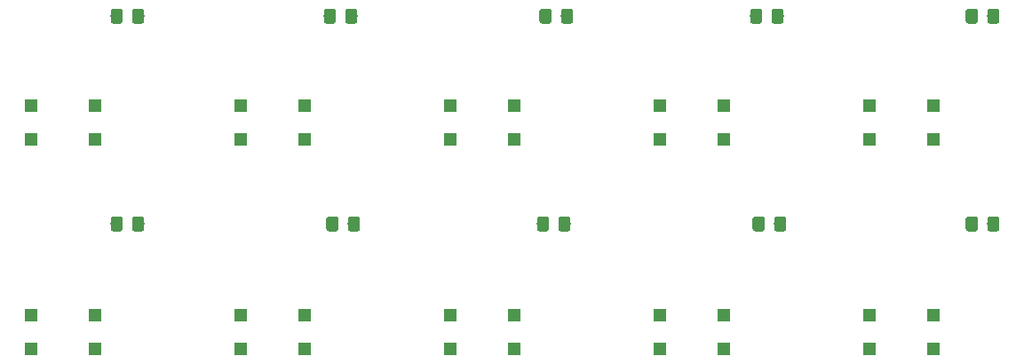
<source format=gbr>
G04 #@! TF.GenerationSoftware,KiCad,Pcbnew,(5.1.2)-2*
G04 #@! TF.CreationDate,2020-11-02T14:54:11+01:00*
G04 #@! TF.ProjectId,MacroBoard,4d616372-6f42-46f6-9172-642e6b696361,rev?*
G04 #@! TF.SameCoordinates,Original*
G04 #@! TF.FileFunction,Paste,Bot*
G04 #@! TF.FilePolarity,Positive*
%FSLAX46Y46*%
G04 Gerber Fmt 4.6, Leading zero omitted, Abs format (unit mm)*
G04 Created by KiCad (PCBNEW (5.1.2)-2) date 2020-11-02 14:54:11*
%MOMM*%
%LPD*%
G04 APERTURE LIST*
%ADD10R,1.200000X1.200000*%
%ADD11C,0.100000*%
%ADD12C,1.150000*%
G04 APERTURE END LIST*
D10*
X159682000Y-128870000D03*
X159682000Y-132070000D03*
X165778000Y-128870000D03*
X165778000Y-132070000D03*
X139682000Y-128870000D03*
X139682000Y-132070000D03*
X145778000Y-128870000D03*
X145778000Y-132070000D03*
X119682000Y-128870000D03*
X119682000Y-132070000D03*
X125778000Y-128870000D03*
X125778000Y-132070000D03*
X99682000Y-128870000D03*
X99682000Y-132070000D03*
X105778000Y-128870000D03*
X105778000Y-132070000D03*
X79682000Y-128870000D03*
X79682000Y-132070000D03*
X85778000Y-128870000D03*
X85778000Y-132070000D03*
X159682000Y-108870000D03*
X159682000Y-112070000D03*
X165778000Y-108870000D03*
X165778000Y-112070000D03*
X139682000Y-108870000D03*
X139682000Y-112070000D03*
X145778000Y-108870000D03*
X145778000Y-112070000D03*
X119682000Y-108870000D03*
X119682000Y-112070000D03*
X125778000Y-108870000D03*
X125778000Y-112070000D03*
X99682000Y-108870000D03*
X99682000Y-112070000D03*
X105778000Y-108870000D03*
X105778000Y-112070000D03*
X79682000Y-108870000D03*
X79682000Y-112070000D03*
X85778000Y-108870000D03*
X85778000Y-112070000D03*
D11*
G36*
X108544505Y-99631204D02*
G01*
X108568773Y-99634804D01*
X108592572Y-99640765D01*
X108615671Y-99649030D01*
X108637850Y-99659520D01*
X108658893Y-99672132D01*
X108678599Y-99686747D01*
X108696777Y-99703223D01*
X108713253Y-99721401D01*
X108727868Y-99741107D01*
X108740480Y-99762150D01*
X108750970Y-99784329D01*
X108759235Y-99807428D01*
X108765196Y-99831227D01*
X108768796Y-99855495D01*
X108770000Y-99879999D01*
X108770000Y-100780001D01*
X108768796Y-100804505D01*
X108765196Y-100828773D01*
X108759235Y-100852572D01*
X108750970Y-100875671D01*
X108740480Y-100897850D01*
X108727868Y-100918893D01*
X108713253Y-100938599D01*
X108696777Y-100956777D01*
X108678599Y-100973253D01*
X108658893Y-100987868D01*
X108637850Y-101000480D01*
X108615671Y-101010970D01*
X108592572Y-101019235D01*
X108568773Y-101025196D01*
X108544505Y-101028796D01*
X108520001Y-101030000D01*
X107869999Y-101030000D01*
X107845495Y-101028796D01*
X107821227Y-101025196D01*
X107797428Y-101019235D01*
X107774329Y-101010970D01*
X107752150Y-101000480D01*
X107731107Y-100987868D01*
X107711401Y-100973253D01*
X107693223Y-100956777D01*
X107676747Y-100938599D01*
X107662132Y-100918893D01*
X107649520Y-100897850D01*
X107639030Y-100875671D01*
X107630765Y-100852572D01*
X107624804Y-100828773D01*
X107621204Y-100804505D01*
X107620000Y-100780001D01*
X107620000Y-99879999D01*
X107621204Y-99855495D01*
X107624804Y-99831227D01*
X107630765Y-99807428D01*
X107639030Y-99784329D01*
X107649520Y-99762150D01*
X107662132Y-99741107D01*
X107676747Y-99721401D01*
X107693223Y-99703223D01*
X107711401Y-99686747D01*
X107731107Y-99672132D01*
X107752150Y-99659520D01*
X107774329Y-99649030D01*
X107797428Y-99640765D01*
X107821227Y-99634804D01*
X107845495Y-99631204D01*
X107869999Y-99630000D01*
X108520001Y-99630000D01*
X108544505Y-99631204D01*
X108544505Y-99631204D01*
G37*
D12*
X108195000Y-100330000D03*
D11*
G36*
X110594505Y-99631204D02*
G01*
X110618773Y-99634804D01*
X110642572Y-99640765D01*
X110665671Y-99649030D01*
X110687850Y-99659520D01*
X110708893Y-99672132D01*
X110728599Y-99686747D01*
X110746777Y-99703223D01*
X110763253Y-99721401D01*
X110777868Y-99741107D01*
X110790480Y-99762150D01*
X110800970Y-99784329D01*
X110809235Y-99807428D01*
X110815196Y-99831227D01*
X110818796Y-99855495D01*
X110820000Y-99879999D01*
X110820000Y-100780001D01*
X110818796Y-100804505D01*
X110815196Y-100828773D01*
X110809235Y-100852572D01*
X110800970Y-100875671D01*
X110790480Y-100897850D01*
X110777868Y-100918893D01*
X110763253Y-100938599D01*
X110746777Y-100956777D01*
X110728599Y-100973253D01*
X110708893Y-100987868D01*
X110687850Y-101000480D01*
X110665671Y-101010970D01*
X110642572Y-101019235D01*
X110618773Y-101025196D01*
X110594505Y-101028796D01*
X110570001Y-101030000D01*
X109919999Y-101030000D01*
X109895495Y-101028796D01*
X109871227Y-101025196D01*
X109847428Y-101019235D01*
X109824329Y-101010970D01*
X109802150Y-101000480D01*
X109781107Y-100987868D01*
X109761401Y-100973253D01*
X109743223Y-100956777D01*
X109726747Y-100938599D01*
X109712132Y-100918893D01*
X109699520Y-100897850D01*
X109689030Y-100875671D01*
X109680765Y-100852572D01*
X109674804Y-100828773D01*
X109671204Y-100804505D01*
X109670000Y-100780001D01*
X109670000Y-99879999D01*
X109671204Y-99855495D01*
X109674804Y-99831227D01*
X109680765Y-99807428D01*
X109689030Y-99784329D01*
X109699520Y-99762150D01*
X109712132Y-99741107D01*
X109726747Y-99721401D01*
X109743223Y-99703223D01*
X109761401Y-99686747D01*
X109781107Y-99672132D01*
X109802150Y-99659520D01*
X109824329Y-99649030D01*
X109847428Y-99640765D01*
X109871227Y-99634804D01*
X109895495Y-99631204D01*
X109919999Y-99630000D01*
X110570001Y-99630000D01*
X110594505Y-99631204D01*
X110594505Y-99631204D01*
G37*
D12*
X110245000Y-100330000D03*
D11*
G36*
X169749505Y-119443204D02*
G01*
X169773773Y-119446804D01*
X169797572Y-119452765D01*
X169820671Y-119461030D01*
X169842850Y-119471520D01*
X169863893Y-119484132D01*
X169883599Y-119498747D01*
X169901777Y-119515223D01*
X169918253Y-119533401D01*
X169932868Y-119553107D01*
X169945480Y-119574150D01*
X169955970Y-119596329D01*
X169964235Y-119619428D01*
X169970196Y-119643227D01*
X169973796Y-119667495D01*
X169975000Y-119691999D01*
X169975000Y-120592001D01*
X169973796Y-120616505D01*
X169970196Y-120640773D01*
X169964235Y-120664572D01*
X169955970Y-120687671D01*
X169945480Y-120709850D01*
X169932868Y-120730893D01*
X169918253Y-120750599D01*
X169901777Y-120768777D01*
X169883599Y-120785253D01*
X169863893Y-120799868D01*
X169842850Y-120812480D01*
X169820671Y-120822970D01*
X169797572Y-120831235D01*
X169773773Y-120837196D01*
X169749505Y-120840796D01*
X169725001Y-120842000D01*
X169074999Y-120842000D01*
X169050495Y-120840796D01*
X169026227Y-120837196D01*
X169002428Y-120831235D01*
X168979329Y-120822970D01*
X168957150Y-120812480D01*
X168936107Y-120799868D01*
X168916401Y-120785253D01*
X168898223Y-120768777D01*
X168881747Y-120750599D01*
X168867132Y-120730893D01*
X168854520Y-120709850D01*
X168844030Y-120687671D01*
X168835765Y-120664572D01*
X168829804Y-120640773D01*
X168826204Y-120616505D01*
X168825000Y-120592001D01*
X168825000Y-119691999D01*
X168826204Y-119667495D01*
X168829804Y-119643227D01*
X168835765Y-119619428D01*
X168844030Y-119596329D01*
X168854520Y-119574150D01*
X168867132Y-119553107D01*
X168881747Y-119533401D01*
X168898223Y-119515223D01*
X168916401Y-119498747D01*
X168936107Y-119484132D01*
X168957150Y-119471520D01*
X168979329Y-119461030D01*
X169002428Y-119452765D01*
X169026227Y-119446804D01*
X169050495Y-119443204D01*
X169074999Y-119442000D01*
X169725001Y-119442000D01*
X169749505Y-119443204D01*
X169749505Y-119443204D01*
G37*
D12*
X169400000Y-120142000D03*
D11*
G36*
X171799505Y-119443204D02*
G01*
X171823773Y-119446804D01*
X171847572Y-119452765D01*
X171870671Y-119461030D01*
X171892850Y-119471520D01*
X171913893Y-119484132D01*
X171933599Y-119498747D01*
X171951777Y-119515223D01*
X171968253Y-119533401D01*
X171982868Y-119553107D01*
X171995480Y-119574150D01*
X172005970Y-119596329D01*
X172014235Y-119619428D01*
X172020196Y-119643227D01*
X172023796Y-119667495D01*
X172025000Y-119691999D01*
X172025000Y-120592001D01*
X172023796Y-120616505D01*
X172020196Y-120640773D01*
X172014235Y-120664572D01*
X172005970Y-120687671D01*
X171995480Y-120709850D01*
X171982868Y-120730893D01*
X171968253Y-120750599D01*
X171951777Y-120768777D01*
X171933599Y-120785253D01*
X171913893Y-120799868D01*
X171892850Y-120812480D01*
X171870671Y-120822970D01*
X171847572Y-120831235D01*
X171823773Y-120837196D01*
X171799505Y-120840796D01*
X171775001Y-120842000D01*
X171124999Y-120842000D01*
X171100495Y-120840796D01*
X171076227Y-120837196D01*
X171052428Y-120831235D01*
X171029329Y-120822970D01*
X171007150Y-120812480D01*
X170986107Y-120799868D01*
X170966401Y-120785253D01*
X170948223Y-120768777D01*
X170931747Y-120750599D01*
X170917132Y-120730893D01*
X170904520Y-120709850D01*
X170894030Y-120687671D01*
X170885765Y-120664572D01*
X170879804Y-120640773D01*
X170876204Y-120616505D01*
X170875000Y-120592001D01*
X170875000Y-119691999D01*
X170876204Y-119667495D01*
X170879804Y-119643227D01*
X170885765Y-119619428D01*
X170894030Y-119596329D01*
X170904520Y-119574150D01*
X170917132Y-119553107D01*
X170931747Y-119533401D01*
X170948223Y-119515223D01*
X170966401Y-119498747D01*
X170986107Y-119484132D01*
X171007150Y-119471520D01*
X171029329Y-119461030D01*
X171052428Y-119452765D01*
X171076227Y-119446804D01*
X171100495Y-119443204D01*
X171124999Y-119442000D01*
X171775001Y-119442000D01*
X171799505Y-119443204D01*
X171799505Y-119443204D01*
G37*
D12*
X171450000Y-120142000D03*
D11*
G36*
X149429505Y-119443204D02*
G01*
X149453773Y-119446804D01*
X149477572Y-119452765D01*
X149500671Y-119461030D01*
X149522850Y-119471520D01*
X149543893Y-119484132D01*
X149563599Y-119498747D01*
X149581777Y-119515223D01*
X149598253Y-119533401D01*
X149612868Y-119553107D01*
X149625480Y-119574150D01*
X149635970Y-119596329D01*
X149644235Y-119619428D01*
X149650196Y-119643227D01*
X149653796Y-119667495D01*
X149655000Y-119691999D01*
X149655000Y-120592001D01*
X149653796Y-120616505D01*
X149650196Y-120640773D01*
X149644235Y-120664572D01*
X149635970Y-120687671D01*
X149625480Y-120709850D01*
X149612868Y-120730893D01*
X149598253Y-120750599D01*
X149581777Y-120768777D01*
X149563599Y-120785253D01*
X149543893Y-120799868D01*
X149522850Y-120812480D01*
X149500671Y-120822970D01*
X149477572Y-120831235D01*
X149453773Y-120837196D01*
X149429505Y-120840796D01*
X149405001Y-120842000D01*
X148754999Y-120842000D01*
X148730495Y-120840796D01*
X148706227Y-120837196D01*
X148682428Y-120831235D01*
X148659329Y-120822970D01*
X148637150Y-120812480D01*
X148616107Y-120799868D01*
X148596401Y-120785253D01*
X148578223Y-120768777D01*
X148561747Y-120750599D01*
X148547132Y-120730893D01*
X148534520Y-120709850D01*
X148524030Y-120687671D01*
X148515765Y-120664572D01*
X148509804Y-120640773D01*
X148506204Y-120616505D01*
X148505000Y-120592001D01*
X148505000Y-119691999D01*
X148506204Y-119667495D01*
X148509804Y-119643227D01*
X148515765Y-119619428D01*
X148524030Y-119596329D01*
X148534520Y-119574150D01*
X148547132Y-119553107D01*
X148561747Y-119533401D01*
X148578223Y-119515223D01*
X148596401Y-119498747D01*
X148616107Y-119484132D01*
X148637150Y-119471520D01*
X148659329Y-119461030D01*
X148682428Y-119452765D01*
X148706227Y-119446804D01*
X148730495Y-119443204D01*
X148754999Y-119442000D01*
X149405001Y-119442000D01*
X149429505Y-119443204D01*
X149429505Y-119443204D01*
G37*
D12*
X149080000Y-120142000D03*
D11*
G36*
X151479505Y-119443204D02*
G01*
X151503773Y-119446804D01*
X151527572Y-119452765D01*
X151550671Y-119461030D01*
X151572850Y-119471520D01*
X151593893Y-119484132D01*
X151613599Y-119498747D01*
X151631777Y-119515223D01*
X151648253Y-119533401D01*
X151662868Y-119553107D01*
X151675480Y-119574150D01*
X151685970Y-119596329D01*
X151694235Y-119619428D01*
X151700196Y-119643227D01*
X151703796Y-119667495D01*
X151705000Y-119691999D01*
X151705000Y-120592001D01*
X151703796Y-120616505D01*
X151700196Y-120640773D01*
X151694235Y-120664572D01*
X151685970Y-120687671D01*
X151675480Y-120709850D01*
X151662868Y-120730893D01*
X151648253Y-120750599D01*
X151631777Y-120768777D01*
X151613599Y-120785253D01*
X151593893Y-120799868D01*
X151572850Y-120812480D01*
X151550671Y-120822970D01*
X151527572Y-120831235D01*
X151503773Y-120837196D01*
X151479505Y-120840796D01*
X151455001Y-120842000D01*
X150804999Y-120842000D01*
X150780495Y-120840796D01*
X150756227Y-120837196D01*
X150732428Y-120831235D01*
X150709329Y-120822970D01*
X150687150Y-120812480D01*
X150666107Y-120799868D01*
X150646401Y-120785253D01*
X150628223Y-120768777D01*
X150611747Y-120750599D01*
X150597132Y-120730893D01*
X150584520Y-120709850D01*
X150574030Y-120687671D01*
X150565765Y-120664572D01*
X150559804Y-120640773D01*
X150556204Y-120616505D01*
X150555000Y-120592001D01*
X150555000Y-119691999D01*
X150556204Y-119667495D01*
X150559804Y-119643227D01*
X150565765Y-119619428D01*
X150574030Y-119596329D01*
X150584520Y-119574150D01*
X150597132Y-119553107D01*
X150611747Y-119533401D01*
X150628223Y-119515223D01*
X150646401Y-119498747D01*
X150666107Y-119484132D01*
X150687150Y-119471520D01*
X150709329Y-119461030D01*
X150732428Y-119452765D01*
X150756227Y-119446804D01*
X150780495Y-119443204D01*
X150804999Y-119442000D01*
X151455001Y-119442000D01*
X151479505Y-119443204D01*
X151479505Y-119443204D01*
G37*
D12*
X151130000Y-120142000D03*
D11*
G36*
X128864505Y-119443204D02*
G01*
X128888773Y-119446804D01*
X128912572Y-119452765D01*
X128935671Y-119461030D01*
X128957850Y-119471520D01*
X128978893Y-119484132D01*
X128998599Y-119498747D01*
X129016777Y-119515223D01*
X129033253Y-119533401D01*
X129047868Y-119553107D01*
X129060480Y-119574150D01*
X129070970Y-119596329D01*
X129079235Y-119619428D01*
X129085196Y-119643227D01*
X129088796Y-119667495D01*
X129090000Y-119691999D01*
X129090000Y-120592001D01*
X129088796Y-120616505D01*
X129085196Y-120640773D01*
X129079235Y-120664572D01*
X129070970Y-120687671D01*
X129060480Y-120709850D01*
X129047868Y-120730893D01*
X129033253Y-120750599D01*
X129016777Y-120768777D01*
X128998599Y-120785253D01*
X128978893Y-120799868D01*
X128957850Y-120812480D01*
X128935671Y-120822970D01*
X128912572Y-120831235D01*
X128888773Y-120837196D01*
X128864505Y-120840796D01*
X128840001Y-120842000D01*
X128189999Y-120842000D01*
X128165495Y-120840796D01*
X128141227Y-120837196D01*
X128117428Y-120831235D01*
X128094329Y-120822970D01*
X128072150Y-120812480D01*
X128051107Y-120799868D01*
X128031401Y-120785253D01*
X128013223Y-120768777D01*
X127996747Y-120750599D01*
X127982132Y-120730893D01*
X127969520Y-120709850D01*
X127959030Y-120687671D01*
X127950765Y-120664572D01*
X127944804Y-120640773D01*
X127941204Y-120616505D01*
X127940000Y-120592001D01*
X127940000Y-119691999D01*
X127941204Y-119667495D01*
X127944804Y-119643227D01*
X127950765Y-119619428D01*
X127959030Y-119596329D01*
X127969520Y-119574150D01*
X127982132Y-119553107D01*
X127996747Y-119533401D01*
X128013223Y-119515223D01*
X128031401Y-119498747D01*
X128051107Y-119484132D01*
X128072150Y-119471520D01*
X128094329Y-119461030D01*
X128117428Y-119452765D01*
X128141227Y-119446804D01*
X128165495Y-119443204D01*
X128189999Y-119442000D01*
X128840001Y-119442000D01*
X128864505Y-119443204D01*
X128864505Y-119443204D01*
G37*
D12*
X128515000Y-120142000D03*
D11*
G36*
X130914505Y-119443204D02*
G01*
X130938773Y-119446804D01*
X130962572Y-119452765D01*
X130985671Y-119461030D01*
X131007850Y-119471520D01*
X131028893Y-119484132D01*
X131048599Y-119498747D01*
X131066777Y-119515223D01*
X131083253Y-119533401D01*
X131097868Y-119553107D01*
X131110480Y-119574150D01*
X131120970Y-119596329D01*
X131129235Y-119619428D01*
X131135196Y-119643227D01*
X131138796Y-119667495D01*
X131140000Y-119691999D01*
X131140000Y-120592001D01*
X131138796Y-120616505D01*
X131135196Y-120640773D01*
X131129235Y-120664572D01*
X131120970Y-120687671D01*
X131110480Y-120709850D01*
X131097868Y-120730893D01*
X131083253Y-120750599D01*
X131066777Y-120768777D01*
X131048599Y-120785253D01*
X131028893Y-120799868D01*
X131007850Y-120812480D01*
X130985671Y-120822970D01*
X130962572Y-120831235D01*
X130938773Y-120837196D01*
X130914505Y-120840796D01*
X130890001Y-120842000D01*
X130239999Y-120842000D01*
X130215495Y-120840796D01*
X130191227Y-120837196D01*
X130167428Y-120831235D01*
X130144329Y-120822970D01*
X130122150Y-120812480D01*
X130101107Y-120799868D01*
X130081401Y-120785253D01*
X130063223Y-120768777D01*
X130046747Y-120750599D01*
X130032132Y-120730893D01*
X130019520Y-120709850D01*
X130009030Y-120687671D01*
X130000765Y-120664572D01*
X129994804Y-120640773D01*
X129991204Y-120616505D01*
X129990000Y-120592001D01*
X129990000Y-119691999D01*
X129991204Y-119667495D01*
X129994804Y-119643227D01*
X130000765Y-119619428D01*
X130009030Y-119596329D01*
X130019520Y-119574150D01*
X130032132Y-119553107D01*
X130046747Y-119533401D01*
X130063223Y-119515223D01*
X130081401Y-119498747D01*
X130101107Y-119484132D01*
X130122150Y-119471520D01*
X130144329Y-119461030D01*
X130167428Y-119452765D01*
X130191227Y-119446804D01*
X130215495Y-119443204D01*
X130239999Y-119442000D01*
X130890001Y-119442000D01*
X130914505Y-119443204D01*
X130914505Y-119443204D01*
G37*
D12*
X130565000Y-120142000D03*
D11*
G36*
X108789505Y-119443204D02*
G01*
X108813773Y-119446804D01*
X108837572Y-119452765D01*
X108860671Y-119461030D01*
X108882850Y-119471520D01*
X108903893Y-119484132D01*
X108923599Y-119498747D01*
X108941777Y-119515223D01*
X108958253Y-119533401D01*
X108972868Y-119553107D01*
X108985480Y-119574150D01*
X108995970Y-119596329D01*
X109004235Y-119619428D01*
X109010196Y-119643227D01*
X109013796Y-119667495D01*
X109015000Y-119691999D01*
X109015000Y-120592001D01*
X109013796Y-120616505D01*
X109010196Y-120640773D01*
X109004235Y-120664572D01*
X108995970Y-120687671D01*
X108985480Y-120709850D01*
X108972868Y-120730893D01*
X108958253Y-120750599D01*
X108941777Y-120768777D01*
X108923599Y-120785253D01*
X108903893Y-120799868D01*
X108882850Y-120812480D01*
X108860671Y-120822970D01*
X108837572Y-120831235D01*
X108813773Y-120837196D01*
X108789505Y-120840796D01*
X108765001Y-120842000D01*
X108114999Y-120842000D01*
X108090495Y-120840796D01*
X108066227Y-120837196D01*
X108042428Y-120831235D01*
X108019329Y-120822970D01*
X107997150Y-120812480D01*
X107976107Y-120799868D01*
X107956401Y-120785253D01*
X107938223Y-120768777D01*
X107921747Y-120750599D01*
X107907132Y-120730893D01*
X107894520Y-120709850D01*
X107884030Y-120687671D01*
X107875765Y-120664572D01*
X107869804Y-120640773D01*
X107866204Y-120616505D01*
X107865000Y-120592001D01*
X107865000Y-119691999D01*
X107866204Y-119667495D01*
X107869804Y-119643227D01*
X107875765Y-119619428D01*
X107884030Y-119596329D01*
X107894520Y-119574150D01*
X107907132Y-119553107D01*
X107921747Y-119533401D01*
X107938223Y-119515223D01*
X107956401Y-119498747D01*
X107976107Y-119484132D01*
X107997150Y-119471520D01*
X108019329Y-119461030D01*
X108042428Y-119452765D01*
X108066227Y-119446804D01*
X108090495Y-119443204D01*
X108114999Y-119442000D01*
X108765001Y-119442000D01*
X108789505Y-119443204D01*
X108789505Y-119443204D01*
G37*
D12*
X108440000Y-120142000D03*
D11*
G36*
X110839505Y-119443204D02*
G01*
X110863773Y-119446804D01*
X110887572Y-119452765D01*
X110910671Y-119461030D01*
X110932850Y-119471520D01*
X110953893Y-119484132D01*
X110973599Y-119498747D01*
X110991777Y-119515223D01*
X111008253Y-119533401D01*
X111022868Y-119553107D01*
X111035480Y-119574150D01*
X111045970Y-119596329D01*
X111054235Y-119619428D01*
X111060196Y-119643227D01*
X111063796Y-119667495D01*
X111065000Y-119691999D01*
X111065000Y-120592001D01*
X111063796Y-120616505D01*
X111060196Y-120640773D01*
X111054235Y-120664572D01*
X111045970Y-120687671D01*
X111035480Y-120709850D01*
X111022868Y-120730893D01*
X111008253Y-120750599D01*
X110991777Y-120768777D01*
X110973599Y-120785253D01*
X110953893Y-120799868D01*
X110932850Y-120812480D01*
X110910671Y-120822970D01*
X110887572Y-120831235D01*
X110863773Y-120837196D01*
X110839505Y-120840796D01*
X110815001Y-120842000D01*
X110164999Y-120842000D01*
X110140495Y-120840796D01*
X110116227Y-120837196D01*
X110092428Y-120831235D01*
X110069329Y-120822970D01*
X110047150Y-120812480D01*
X110026107Y-120799868D01*
X110006401Y-120785253D01*
X109988223Y-120768777D01*
X109971747Y-120750599D01*
X109957132Y-120730893D01*
X109944520Y-120709850D01*
X109934030Y-120687671D01*
X109925765Y-120664572D01*
X109919804Y-120640773D01*
X109916204Y-120616505D01*
X109915000Y-120592001D01*
X109915000Y-119691999D01*
X109916204Y-119667495D01*
X109919804Y-119643227D01*
X109925765Y-119619428D01*
X109934030Y-119596329D01*
X109944520Y-119574150D01*
X109957132Y-119553107D01*
X109971747Y-119533401D01*
X109988223Y-119515223D01*
X110006401Y-119498747D01*
X110026107Y-119484132D01*
X110047150Y-119471520D01*
X110069329Y-119461030D01*
X110092428Y-119452765D01*
X110116227Y-119446804D01*
X110140495Y-119443204D01*
X110164999Y-119442000D01*
X110815001Y-119442000D01*
X110839505Y-119443204D01*
X110839505Y-119443204D01*
G37*
D12*
X110490000Y-120142000D03*
D11*
G36*
X88224505Y-119443204D02*
G01*
X88248773Y-119446804D01*
X88272572Y-119452765D01*
X88295671Y-119461030D01*
X88317850Y-119471520D01*
X88338893Y-119484132D01*
X88358599Y-119498747D01*
X88376777Y-119515223D01*
X88393253Y-119533401D01*
X88407868Y-119553107D01*
X88420480Y-119574150D01*
X88430970Y-119596329D01*
X88439235Y-119619428D01*
X88445196Y-119643227D01*
X88448796Y-119667495D01*
X88450000Y-119691999D01*
X88450000Y-120592001D01*
X88448796Y-120616505D01*
X88445196Y-120640773D01*
X88439235Y-120664572D01*
X88430970Y-120687671D01*
X88420480Y-120709850D01*
X88407868Y-120730893D01*
X88393253Y-120750599D01*
X88376777Y-120768777D01*
X88358599Y-120785253D01*
X88338893Y-120799868D01*
X88317850Y-120812480D01*
X88295671Y-120822970D01*
X88272572Y-120831235D01*
X88248773Y-120837196D01*
X88224505Y-120840796D01*
X88200001Y-120842000D01*
X87549999Y-120842000D01*
X87525495Y-120840796D01*
X87501227Y-120837196D01*
X87477428Y-120831235D01*
X87454329Y-120822970D01*
X87432150Y-120812480D01*
X87411107Y-120799868D01*
X87391401Y-120785253D01*
X87373223Y-120768777D01*
X87356747Y-120750599D01*
X87342132Y-120730893D01*
X87329520Y-120709850D01*
X87319030Y-120687671D01*
X87310765Y-120664572D01*
X87304804Y-120640773D01*
X87301204Y-120616505D01*
X87300000Y-120592001D01*
X87300000Y-119691999D01*
X87301204Y-119667495D01*
X87304804Y-119643227D01*
X87310765Y-119619428D01*
X87319030Y-119596329D01*
X87329520Y-119574150D01*
X87342132Y-119553107D01*
X87356747Y-119533401D01*
X87373223Y-119515223D01*
X87391401Y-119498747D01*
X87411107Y-119484132D01*
X87432150Y-119471520D01*
X87454329Y-119461030D01*
X87477428Y-119452765D01*
X87501227Y-119446804D01*
X87525495Y-119443204D01*
X87549999Y-119442000D01*
X88200001Y-119442000D01*
X88224505Y-119443204D01*
X88224505Y-119443204D01*
G37*
D12*
X87875000Y-120142000D03*
D11*
G36*
X90274505Y-119443204D02*
G01*
X90298773Y-119446804D01*
X90322572Y-119452765D01*
X90345671Y-119461030D01*
X90367850Y-119471520D01*
X90388893Y-119484132D01*
X90408599Y-119498747D01*
X90426777Y-119515223D01*
X90443253Y-119533401D01*
X90457868Y-119553107D01*
X90470480Y-119574150D01*
X90480970Y-119596329D01*
X90489235Y-119619428D01*
X90495196Y-119643227D01*
X90498796Y-119667495D01*
X90500000Y-119691999D01*
X90500000Y-120592001D01*
X90498796Y-120616505D01*
X90495196Y-120640773D01*
X90489235Y-120664572D01*
X90480970Y-120687671D01*
X90470480Y-120709850D01*
X90457868Y-120730893D01*
X90443253Y-120750599D01*
X90426777Y-120768777D01*
X90408599Y-120785253D01*
X90388893Y-120799868D01*
X90367850Y-120812480D01*
X90345671Y-120822970D01*
X90322572Y-120831235D01*
X90298773Y-120837196D01*
X90274505Y-120840796D01*
X90250001Y-120842000D01*
X89599999Y-120842000D01*
X89575495Y-120840796D01*
X89551227Y-120837196D01*
X89527428Y-120831235D01*
X89504329Y-120822970D01*
X89482150Y-120812480D01*
X89461107Y-120799868D01*
X89441401Y-120785253D01*
X89423223Y-120768777D01*
X89406747Y-120750599D01*
X89392132Y-120730893D01*
X89379520Y-120709850D01*
X89369030Y-120687671D01*
X89360765Y-120664572D01*
X89354804Y-120640773D01*
X89351204Y-120616505D01*
X89350000Y-120592001D01*
X89350000Y-119691999D01*
X89351204Y-119667495D01*
X89354804Y-119643227D01*
X89360765Y-119619428D01*
X89369030Y-119596329D01*
X89379520Y-119574150D01*
X89392132Y-119553107D01*
X89406747Y-119533401D01*
X89423223Y-119515223D01*
X89441401Y-119498747D01*
X89461107Y-119484132D01*
X89482150Y-119471520D01*
X89504329Y-119461030D01*
X89527428Y-119452765D01*
X89551227Y-119446804D01*
X89575495Y-119443204D01*
X89599999Y-119442000D01*
X90250001Y-119442000D01*
X90274505Y-119443204D01*
X90274505Y-119443204D01*
G37*
D12*
X89925000Y-120142000D03*
D11*
G36*
X169749505Y-99631204D02*
G01*
X169773773Y-99634804D01*
X169797572Y-99640765D01*
X169820671Y-99649030D01*
X169842850Y-99659520D01*
X169863893Y-99672132D01*
X169883599Y-99686747D01*
X169901777Y-99703223D01*
X169918253Y-99721401D01*
X169932868Y-99741107D01*
X169945480Y-99762150D01*
X169955970Y-99784329D01*
X169964235Y-99807428D01*
X169970196Y-99831227D01*
X169973796Y-99855495D01*
X169975000Y-99879999D01*
X169975000Y-100780001D01*
X169973796Y-100804505D01*
X169970196Y-100828773D01*
X169964235Y-100852572D01*
X169955970Y-100875671D01*
X169945480Y-100897850D01*
X169932868Y-100918893D01*
X169918253Y-100938599D01*
X169901777Y-100956777D01*
X169883599Y-100973253D01*
X169863893Y-100987868D01*
X169842850Y-101000480D01*
X169820671Y-101010970D01*
X169797572Y-101019235D01*
X169773773Y-101025196D01*
X169749505Y-101028796D01*
X169725001Y-101030000D01*
X169074999Y-101030000D01*
X169050495Y-101028796D01*
X169026227Y-101025196D01*
X169002428Y-101019235D01*
X168979329Y-101010970D01*
X168957150Y-101000480D01*
X168936107Y-100987868D01*
X168916401Y-100973253D01*
X168898223Y-100956777D01*
X168881747Y-100938599D01*
X168867132Y-100918893D01*
X168854520Y-100897850D01*
X168844030Y-100875671D01*
X168835765Y-100852572D01*
X168829804Y-100828773D01*
X168826204Y-100804505D01*
X168825000Y-100780001D01*
X168825000Y-99879999D01*
X168826204Y-99855495D01*
X168829804Y-99831227D01*
X168835765Y-99807428D01*
X168844030Y-99784329D01*
X168854520Y-99762150D01*
X168867132Y-99741107D01*
X168881747Y-99721401D01*
X168898223Y-99703223D01*
X168916401Y-99686747D01*
X168936107Y-99672132D01*
X168957150Y-99659520D01*
X168979329Y-99649030D01*
X169002428Y-99640765D01*
X169026227Y-99634804D01*
X169050495Y-99631204D01*
X169074999Y-99630000D01*
X169725001Y-99630000D01*
X169749505Y-99631204D01*
X169749505Y-99631204D01*
G37*
D12*
X169400000Y-100330000D03*
D11*
G36*
X171799505Y-99631204D02*
G01*
X171823773Y-99634804D01*
X171847572Y-99640765D01*
X171870671Y-99649030D01*
X171892850Y-99659520D01*
X171913893Y-99672132D01*
X171933599Y-99686747D01*
X171951777Y-99703223D01*
X171968253Y-99721401D01*
X171982868Y-99741107D01*
X171995480Y-99762150D01*
X172005970Y-99784329D01*
X172014235Y-99807428D01*
X172020196Y-99831227D01*
X172023796Y-99855495D01*
X172025000Y-99879999D01*
X172025000Y-100780001D01*
X172023796Y-100804505D01*
X172020196Y-100828773D01*
X172014235Y-100852572D01*
X172005970Y-100875671D01*
X171995480Y-100897850D01*
X171982868Y-100918893D01*
X171968253Y-100938599D01*
X171951777Y-100956777D01*
X171933599Y-100973253D01*
X171913893Y-100987868D01*
X171892850Y-101000480D01*
X171870671Y-101010970D01*
X171847572Y-101019235D01*
X171823773Y-101025196D01*
X171799505Y-101028796D01*
X171775001Y-101030000D01*
X171124999Y-101030000D01*
X171100495Y-101028796D01*
X171076227Y-101025196D01*
X171052428Y-101019235D01*
X171029329Y-101010970D01*
X171007150Y-101000480D01*
X170986107Y-100987868D01*
X170966401Y-100973253D01*
X170948223Y-100956777D01*
X170931747Y-100938599D01*
X170917132Y-100918893D01*
X170904520Y-100897850D01*
X170894030Y-100875671D01*
X170885765Y-100852572D01*
X170879804Y-100828773D01*
X170876204Y-100804505D01*
X170875000Y-100780001D01*
X170875000Y-99879999D01*
X170876204Y-99855495D01*
X170879804Y-99831227D01*
X170885765Y-99807428D01*
X170894030Y-99784329D01*
X170904520Y-99762150D01*
X170917132Y-99741107D01*
X170931747Y-99721401D01*
X170948223Y-99703223D01*
X170966401Y-99686747D01*
X170986107Y-99672132D01*
X171007150Y-99659520D01*
X171029329Y-99649030D01*
X171052428Y-99640765D01*
X171076227Y-99634804D01*
X171100495Y-99631204D01*
X171124999Y-99630000D01*
X171775001Y-99630000D01*
X171799505Y-99631204D01*
X171799505Y-99631204D01*
G37*
D12*
X171450000Y-100330000D03*
D11*
G36*
X149184505Y-99631204D02*
G01*
X149208773Y-99634804D01*
X149232572Y-99640765D01*
X149255671Y-99649030D01*
X149277850Y-99659520D01*
X149298893Y-99672132D01*
X149318599Y-99686747D01*
X149336777Y-99703223D01*
X149353253Y-99721401D01*
X149367868Y-99741107D01*
X149380480Y-99762150D01*
X149390970Y-99784329D01*
X149399235Y-99807428D01*
X149405196Y-99831227D01*
X149408796Y-99855495D01*
X149410000Y-99879999D01*
X149410000Y-100780001D01*
X149408796Y-100804505D01*
X149405196Y-100828773D01*
X149399235Y-100852572D01*
X149390970Y-100875671D01*
X149380480Y-100897850D01*
X149367868Y-100918893D01*
X149353253Y-100938599D01*
X149336777Y-100956777D01*
X149318599Y-100973253D01*
X149298893Y-100987868D01*
X149277850Y-101000480D01*
X149255671Y-101010970D01*
X149232572Y-101019235D01*
X149208773Y-101025196D01*
X149184505Y-101028796D01*
X149160001Y-101030000D01*
X148509999Y-101030000D01*
X148485495Y-101028796D01*
X148461227Y-101025196D01*
X148437428Y-101019235D01*
X148414329Y-101010970D01*
X148392150Y-101000480D01*
X148371107Y-100987868D01*
X148351401Y-100973253D01*
X148333223Y-100956777D01*
X148316747Y-100938599D01*
X148302132Y-100918893D01*
X148289520Y-100897850D01*
X148279030Y-100875671D01*
X148270765Y-100852572D01*
X148264804Y-100828773D01*
X148261204Y-100804505D01*
X148260000Y-100780001D01*
X148260000Y-99879999D01*
X148261204Y-99855495D01*
X148264804Y-99831227D01*
X148270765Y-99807428D01*
X148279030Y-99784329D01*
X148289520Y-99762150D01*
X148302132Y-99741107D01*
X148316747Y-99721401D01*
X148333223Y-99703223D01*
X148351401Y-99686747D01*
X148371107Y-99672132D01*
X148392150Y-99659520D01*
X148414329Y-99649030D01*
X148437428Y-99640765D01*
X148461227Y-99634804D01*
X148485495Y-99631204D01*
X148509999Y-99630000D01*
X149160001Y-99630000D01*
X149184505Y-99631204D01*
X149184505Y-99631204D01*
G37*
D12*
X148835000Y-100330000D03*
D11*
G36*
X151234505Y-99631204D02*
G01*
X151258773Y-99634804D01*
X151282572Y-99640765D01*
X151305671Y-99649030D01*
X151327850Y-99659520D01*
X151348893Y-99672132D01*
X151368599Y-99686747D01*
X151386777Y-99703223D01*
X151403253Y-99721401D01*
X151417868Y-99741107D01*
X151430480Y-99762150D01*
X151440970Y-99784329D01*
X151449235Y-99807428D01*
X151455196Y-99831227D01*
X151458796Y-99855495D01*
X151460000Y-99879999D01*
X151460000Y-100780001D01*
X151458796Y-100804505D01*
X151455196Y-100828773D01*
X151449235Y-100852572D01*
X151440970Y-100875671D01*
X151430480Y-100897850D01*
X151417868Y-100918893D01*
X151403253Y-100938599D01*
X151386777Y-100956777D01*
X151368599Y-100973253D01*
X151348893Y-100987868D01*
X151327850Y-101000480D01*
X151305671Y-101010970D01*
X151282572Y-101019235D01*
X151258773Y-101025196D01*
X151234505Y-101028796D01*
X151210001Y-101030000D01*
X150559999Y-101030000D01*
X150535495Y-101028796D01*
X150511227Y-101025196D01*
X150487428Y-101019235D01*
X150464329Y-101010970D01*
X150442150Y-101000480D01*
X150421107Y-100987868D01*
X150401401Y-100973253D01*
X150383223Y-100956777D01*
X150366747Y-100938599D01*
X150352132Y-100918893D01*
X150339520Y-100897850D01*
X150329030Y-100875671D01*
X150320765Y-100852572D01*
X150314804Y-100828773D01*
X150311204Y-100804505D01*
X150310000Y-100780001D01*
X150310000Y-99879999D01*
X150311204Y-99855495D01*
X150314804Y-99831227D01*
X150320765Y-99807428D01*
X150329030Y-99784329D01*
X150339520Y-99762150D01*
X150352132Y-99741107D01*
X150366747Y-99721401D01*
X150383223Y-99703223D01*
X150401401Y-99686747D01*
X150421107Y-99672132D01*
X150442150Y-99659520D01*
X150464329Y-99649030D01*
X150487428Y-99640765D01*
X150511227Y-99634804D01*
X150535495Y-99631204D01*
X150559999Y-99630000D01*
X151210001Y-99630000D01*
X151234505Y-99631204D01*
X151234505Y-99631204D01*
G37*
D12*
X150885000Y-100330000D03*
D11*
G36*
X129109505Y-99631204D02*
G01*
X129133773Y-99634804D01*
X129157572Y-99640765D01*
X129180671Y-99649030D01*
X129202850Y-99659520D01*
X129223893Y-99672132D01*
X129243599Y-99686747D01*
X129261777Y-99703223D01*
X129278253Y-99721401D01*
X129292868Y-99741107D01*
X129305480Y-99762150D01*
X129315970Y-99784329D01*
X129324235Y-99807428D01*
X129330196Y-99831227D01*
X129333796Y-99855495D01*
X129335000Y-99879999D01*
X129335000Y-100780001D01*
X129333796Y-100804505D01*
X129330196Y-100828773D01*
X129324235Y-100852572D01*
X129315970Y-100875671D01*
X129305480Y-100897850D01*
X129292868Y-100918893D01*
X129278253Y-100938599D01*
X129261777Y-100956777D01*
X129243599Y-100973253D01*
X129223893Y-100987868D01*
X129202850Y-101000480D01*
X129180671Y-101010970D01*
X129157572Y-101019235D01*
X129133773Y-101025196D01*
X129109505Y-101028796D01*
X129085001Y-101030000D01*
X128434999Y-101030000D01*
X128410495Y-101028796D01*
X128386227Y-101025196D01*
X128362428Y-101019235D01*
X128339329Y-101010970D01*
X128317150Y-101000480D01*
X128296107Y-100987868D01*
X128276401Y-100973253D01*
X128258223Y-100956777D01*
X128241747Y-100938599D01*
X128227132Y-100918893D01*
X128214520Y-100897850D01*
X128204030Y-100875671D01*
X128195765Y-100852572D01*
X128189804Y-100828773D01*
X128186204Y-100804505D01*
X128185000Y-100780001D01*
X128185000Y-99879999D01*
X128186204Y-99855495D01*
X128189804Y-99831227D01*
X128195765Y-99807428D01*
X128204030Y-99784329D01*
X128214520Y-99762150D01*
X128227132Y-99741107D01*
X128241747Y-99721401D01*
X128258223Y-99703223D01*
X128276401Y-99686747D01*
X128296107Y-99672132D01*
X128317150Y-99659520D01*
X128339329Y-99649030D01*
X128362428Y-99640765D01*
X128386227Y-99634804D01*
X128410495Y-99631204D01*
X128434999Y-99630000D01*
X129085001Y-99630000D01*
X129109505Y-99631204D01*
X129109505Y-99631204D01*
G37*
D12*
X128760000Y-100330000D03*
D11*
G36*
X131159505Y-99631204D02*
G01*
X131183773Y-99634804D01*
X131207572Y-99640765D01*
X131230671Y-99649030D01*
X131252850Y-99659520D01*
X131273893Y-99672132D01*
X131293599Y-99686747D01*
X131311777Y-99703223D01*
X131328253Y-99721401D01*
X131342868Y-99741107D01*
X131355480Y-99762150D01*
X131365970Y-99784329D01*
X131374235Y-99807428D01*
X131380196Y-99831227D01*
X131383796Y-99855495D01*
X131385000Y-99879999D01*
X131385000Y-100780001D01*
X131383796Y-100804505D01*
X131380196Y-100828773D01*
X131374235Y-100852572D01*
X131365970Y-100875671D01*
X131355480Y-100897850D01*
X131342868Y-100918893D01*
X131328253Y-100938599D01*
X131311777Y-100956777D01*
X131293599Y-100973253D01*
X131273893Y-100987868D01*
X131252850Y-101000480D01*
X131230671Y-101010970D01*
X131207572Y-101019235D01*
X131183773Y-101025196D01*
X131159505Y-101028796D01*
X131135001Y-101030000D01*
X130484999Y-101030000D01*
X130460495Y-101028796D01*
X130436227Y-101025196D01*
X130412428Y-101019235D01*
X130389329Y-101010970D01*
X130367150Y-101000480D01*
X130346107Y-100987868D01*
X130326401Y-100973253D01*
X130308223Y-100956777D01*
X130291747Y-100938599D01*
X130277132Y-100918893D01*
X130264520Y-100897850D01*
X130254030Y-100875671D01*
X130245765Y-100852572D01*
X130239804Y-100828773D01*
X130236204Y-100804505D01*
X130235000Y-100780001D01*
X130235000Y-99879999D01*
X130236204Y-99855495D01*
X130239804Y-99831227D01*
X130245765Y-99807428D01*
X130254030Y-99784329D01*
X130264520Y-99762150D01*
X130277132Y-99741107D01*
X130291747Y-99721401D01*
X130308223Y-99703223D01*
X130326401Y-99686747D01*
X130346107Y-99672132D01*
X130367150Y-99659520D01*
X130389329Y-99649030D01*
X130412428Y-99640765D01*
X130436227Y-99634804D01*
X130460495Y-99631204D01*
X130484999Y-99630000D01*
X131135001Y-99630000D01*
X131159505Y-99631204D01*
X131159505Y-99631204D01*
G37*
D12*
X130810000Y-100330000D03*
D11*
G36*
X88224505Y-99631204D02*
G01*
X88248773Y-99634804D01*
X88272572Y-99640765D01*
X88295671Y-99649030D01*
X88317850Y-99659520D01*
X88338893Y-99672132D01*
X88358599Y-99686747D01*
X88376777Y-99703223D01*
X88393253Y-99721401D01*
X88407868Y-99741107D01*
X88420480Y-99762150D01*
X88430970Y-99784329D01*
X88439235Y-99807428D01*
X88445196Y-99831227D01*
X88448796Y-99855495D01*
X88450000Y-99879999D01*
X88450000Y-100780001D01*
X88448796Y-100804505D01*
X88445196Y-100828773D01*
X88439235Y-100852572D01*
X88430970Y-100875671D01*
X88420480Y-100897850D01*
X88407868Y-100918893D01*
X88393253Y-100938599D01*
X88376777Y-100956777D01*
X88358599Y-100973253D01*
X88338893Y-100987868D01*
X88317850Y-101000480D01*
X88295671Y-101010970D01*
X88272572Y-101019235D01*
X88248773Y-101025196D01*
X88224505Y-101028796D01*
X88200001Y-101030000D01*
X87549999Y-101030000D01*
X87525495Y-101028796D01*
X87501227Y-101025196D01*
X87477428Y-101019235D01*
X87454329Y-101010970D01*
X87432150Y-101000480D01*
X87411107Y-100987868D01*
X87391401Y-100973253D01*
X87373223Y-100956777D01*
X87356747Y-100938599D01*
X87342132Y-100918893D01*
X87329520Y-100897850D01*
X87319030Y-100875671D01*
X87310765Y-100852572D01*
X87304804Y-100828773D01*
X87301204Y-100804505D01*
X87300000Y-100780001D01*
X87300000Y-99879999D01*
X87301204Y-99855495D01*
X87304804Y-99831227D01*
X87310765Y-99807428D01*
X87319030Y-99784329D01*
X87329520Y-99762150D01*
X87342132Y-99741107D01*
X87356747Y-99721401D01*
X87373223Y-99703223D01*
X87391401Y-99686747D01*
X87411107Y-99672132D01*
X87432150Y-99659520D01*
X87454329Y-99649030D01*
X87477428Y-99640765D01*
X87501227Y-99634804D01*
X87525495Y-99631204D01*
X87549999Y-99630000D01*
X88200001Y-99630000D01*
X88224505Y-99631204D01*
X88224505Y-99631204D01*
G37*
D12*
X87875000Y-100330000D03*
D11*
G36*
X90274505Y-99631204D02*
G01*
X90298773Y-99634804D01*
X90322572Y-99640765D01*
X90345671Y-99649030D01*
X90367850Y-99659520D01*
X90388893Y-99672132D01*
X90408599Y-99686747D01*
X90426777Y-99703223D01*
X90443253Y-99721401D01*
X90457868Y-99741107D01*
X90470480Y-99762150D01*
X90480970Y-99784329D01*
X90489235Y-99807428D01*
X90495196Y-99831227D01*
X90498796Y-99855495D01*
X90500000Y-99879999D01*
X90500000Y-100780001D01*
X90498796Y-100804505D01*
X90495196Y-100828773D01*
X90489235Y-100852572D01*
X90480970Y-100875671D01*
X90470480Y-100897850D01*
X90457868Y-100918893D01*
X90443253Y-100938599D01*
X90426777Y-100956777D01*
X90408599Y-100973253D01*
X90388893Y-100987868D01*
X90367850Y-101000480D01*
X90345671Y-101010970D01*
X90322572Y-101019235D01*
X90298773Y-101025196D01*
X90274505Y-101028796D01*
X90250001Y-101030000D01*
X89599999Y-101030000D01*
X89575495Y-101028796D01*
X89551227Y-101025196D01*
X89527428Y-101019235D01*
X89504329Y-101010970D01*
X89482150Y-101000480D01*
X89461107Y-100987868D01*
X89441401Y-100973253D01*
X89423223Y-100956777D01*
X89406747Y-100938599D01*
X89392132Y-100918893D01*
X89379520Y-100897850D01*
X89369030Y-100875671D01*
X89360765Y-100852572D01*
X89354804Y-100828773D01*
X89351204Y-100804505D01*
X89350000Y-100780001D01*
X89350000Y-99879999D01*
X89351204Y-99855495D01*
X89354804Y-99831227D01*
X89360765Y-99807428D01*
X89369030Y-99784329D01*
X89379520Y-99762150D01*
X89392132Y-99741107D01*
X89406747Y-99721401D01*
X89423223Y-99703223D01*
X89441401Y-99686747D01*
X89461107Y-99672132D01*
X89482150Y-99659520D01*
X89504329Y-99649030D01*
X89527428Y-99640765D01*
X89551227Y-99634804D01*
X89575495Y-99631204D01*
X89599999Y-99630000D01*
X90250001Y-99630000D01*
X90274505Y-99631204D01*
X90274505Y-99631204D01*
G37*
D12*
X89925000Y-100330000D03*
M02*

</source>
